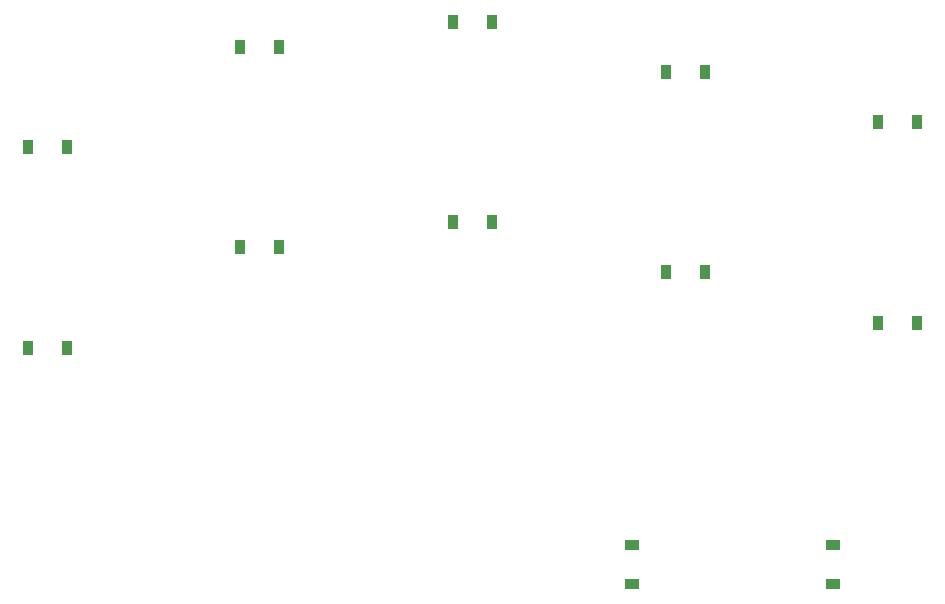
<source format=gbp>
G04 #@! TF.GenerationSoftware,KiCad,Pcbnew,7.0.8*
G04 #@! TF.CreationDate,2024-04-01T22:38:09+01:00*
G04 #@! TF.ProjectId,left,6c656674-2e6b-4696-9361-645f70636258,v1.0.0*
G04 #@! TF.SameCoordinates,Original*
G04 #@! TF.FileFunction,Paste,Bot*
G04 #@! TF.FilePolarity,Positive*
%FSLAX46Y46*%
G04 Gerber Fmt 4.6, Leading zero omitted, Abs format (unit mm)*
G04 Created by KiCad (PCBNEW 7.0.8) date 2024-04-01 22:38:09*
%MOMM*%
%LPD*%
G01*
G04 APERTURE LIST*
%ADD10R,0.900000X1.200000*%
%ADD11R,1.200000X0.900000*%
G04 APERTURE END LIST*
D10*
X107350000Y-141125000D03*
X110650000Y-141125000D03*
X107350000Y-124125000D03*
X110650000Y-124125000D03*
X125350000Y-132625000D03*
X128650000Y-132625000D03*
X125350000Y-115625000D03*
X128650000Y-115625000D03*
X143350000Y-130500000D03*
X146650000Y-130500000D03*
X143350000Y-113500000D03*
X146650000Y-113500000D03*
X161350000Y-134750000D03*
X164650000Y-134750000D03*
X161350000Y-117750000D03*
X164650000Y-117750000D03*
X179350000Y-139000000D03*
X182650000Y-139000000D03*
X179350000Y-122000000D03*
X182650000Y-122000000D03*
D11*
X158500000Y-157850000D03*
X158500000Y-161150000D03*
X175500000Y-157850000D03*
X175500000Y-161150000D03*
M02*

</source>
